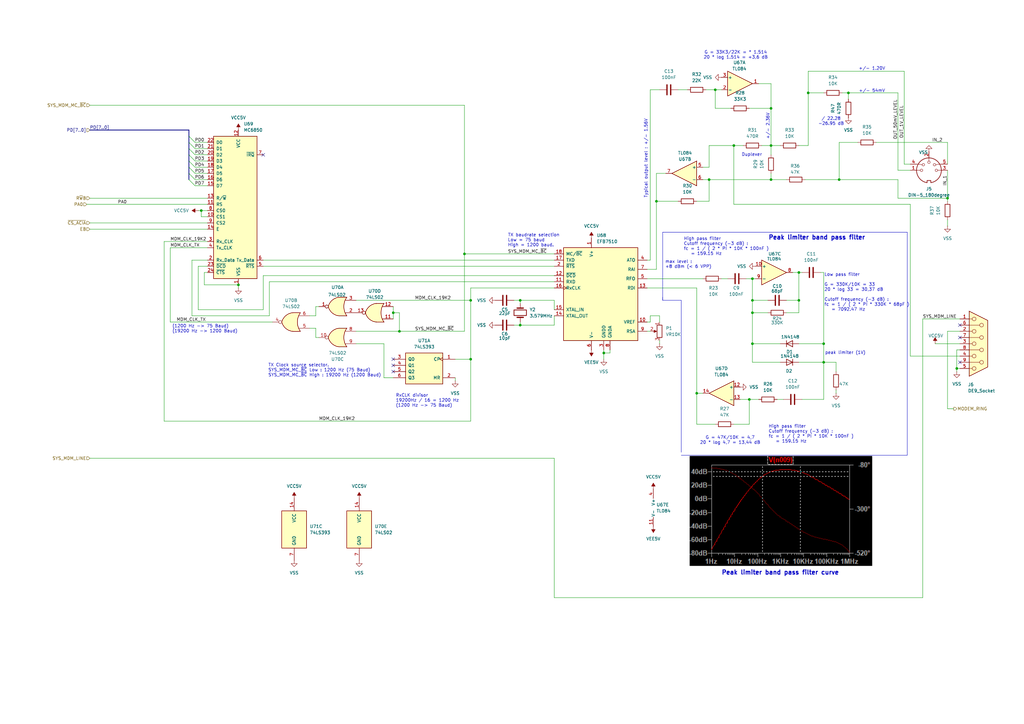
<source format=kicad_sch>
(kicad_sch (version 20250114) (generator "eeschema") (generator_version "9.0")
  (paper "A3")
  (title_block (title "Apollo 7 Squale - Tape & modem interfaces") (rev "0.1") (comment 1 "http://hxc2001.free.fr/Squale/") (comment 2 "CC-BY Licence (Creative Commons Attribution)") (comment 3 "Drawn by Jean-François DEL NERO"))
  (lib_symbols
    (symbol "74xx:74LS02" (pin_names (offset 1.016))
      (property "Reference" "U" (at 0 1.27 0))
      (property "Value" "74LS02" (at 0 -1.27 0))
      (symbol "74LS02_1_1"
        (pin input line (at -7.62 2.54 0) (length 4.318) (name "~") (number "2"))
        (pin input line (at -7.62 -2.54 0) (length 4.318) (name "~") (number "3"))
        (pin output inverted (at 7.62 0 180) (length 3.81) (name "~") (number "1"))
      )
      (symbol "74LS02_1_2"
        (pin input inverted (at -7.62 2.54 0) (length 3.81) (name "~") (number "2"))
        (pin input inverted (at -7.62 -2.54 0) (length 3.81) (name "~") (number "3"))
        (pin output line (at 7.62 0 180) (length 3.81) (name "~") (number "1"))
      )
      (symbol "74LS02_2_1"
        (pin input line (at -7.62 2.54 0) (length 4.318) (name "~") (number "5"))
        (pin input line (at -7.62 -2.54 0) (length 4.318) (name "~") (number "6"))
        (pin output inverted (at 7.62 0 180) (length 3.81) (name "~") (number "4"))
      )
      (symbol "74LS02_2_2"
        (pin input inverted (at -7.62 2.54 0) (length 3.81) (name "~") (number "5"))
        (pin input inverted (at -7.62 -2.54 0) (length 3.81) (name "~") (number "6"))
        (pin output line (at 7.62 0 180) (length 3.81) (name "~") (number "4"))
      )
      (symbol "74LS02_3_1"
        (pin input line (at -7.62 2.54 0) (length 4.318) (name "~") (number "8"))
        (pin input line (at -7.62 -2.54 0) (length 4.318) (name "~") (number "9"))
        (pin output inverted (at 7.62 0 180) (length 3.81) (name "~") (number "10"))
      )
      (symbol "74LS02_3_2"
        (pin input inverted (at -7.62 2.54 0) (length 3.81) (name "~") (number "8"))
        (pin input inverted (at -7.62 -2.54 0) (length 3.81) (name "~") (number "9"))
        (pin output line (at 7.62 0 180) (length 3.81) (name "~") (number "10"))
      )
      (symbol "74LS02_4_1"
        (pin input line (at -7.62 2.54 0) (length 4.318) (name "~") (number "11"))
        (pin input line (at -7.62 -2.54 0) (length 4.318) (name "~") (number "12"))
        (pin output inverted (at 7.62 0 180) (length 3.81) (name "~") (number "13"))
      )
      (symbol "74LS02_4_2"
        (pin input inverted (at -7.62 2.54 0) (length 3.81) (name "~") (number "11"))
        (pin input inverted (at -7.62 -2.54 0) (length 3.81) (name "~") (number "12"))
        (pin output line (at 7.62 0 180) (length 3.81) (name "~") (number "13"))
      )
      (symbol "74LS02_5_0"
        (pin power_in line (at 0 12.7 270) (length 5.08) (name "VCC") (number "14"))
        (pin power_in line (at 0 -12.7 90) (length 5.08) (name "GND") (number "7"))
      )
    )
    (symbol "74xx:74LS393" (pin_names (offset 1.016))
      (property "Reference" "U" (at -7.62 8.89 0))
      (property "Value" "74LS393" (at -7.62 -8.89 0))
      (symbol "74LS393_1_0"
        (pin input clock (at -12.7 2.54 0) (length 5.08) (name "CP") (number "1"))
        (pin input line (at -12.7 -5.08 0) (length 5.08) (name "MR") (number "2"))
        (pin output line (at 12.7 2.54 180) (length 5.08) (name "Q0") (number "3"))
        (pin output line (at 12.7 0 180) (length 5.08) (name "Q1") (number "4"))
        (pin output line (at 12.7 -2.54 180) (length 5.08) (name "Q2") (number "5"))
        (pin output line (at 12.7 -5.08 180) (length 5.08) (name "Q3") (number "6"))
      )
      (symbol "74LS393_2_0"
        (pin input clock (at -12.7 2.54 0) (length 5.08) (name "CP") (number "13"))
        (pin input line (at -12.7 -5.08 0) (length 5.08) (name "MR") (number "12"))
        (pin output line (at 12.7 2.54 180) (length 5.08) (name "Q0") (number "11"))
        (pin output line (at 12.7 0 180) (length 5.08) (name "Q1") (number "10"))
        (pin output line (at 12.7 -2.54 180) (length 5.08) (name "Q2") (number "9"))
        (pin output line (at 12.7 -5.08 180) (length 5.08) (name "Q3") (number "8"))
      )
      (symbol "74LS393_3_0"
        (pin power_in line (at 0 12.7 270) (length 5.08) (name "VCC") (number "14"))
        (pin power_in line (at 0 -12.7 90) (length 5.08) (name "GND") (number "7"))
      )
    )
    (symbol "Amplifier_Operational:TL084" (pin_names (offset 0.127))
      (property "Reference" "U" (at 0 5.08 0))
      (property "Value" "TL084" (at 0 -5.08 0))
      (symbol "TL084_1_1"
        (pin input line (at -7.62 2.54 0) (length 2.54) (name "+") (number "3"))
        (pin input line (at -7.62 -2.54 0) (length 2.54) (name "-") (number "2"))
        (pin output line (at 7.62 0 180) (length 2.54) (name "~") (number "1"))
      )
      (symbol "TL084_2_1"
        (pin input line (at -7.62 2.54 0) (length 2.54) (name "+") (number "5"))
        (pin input line (at -7.62 -2.54 0) (length 2.54) (name "-") (number "6"))
        (pin output line (at 7.62 0 180) (length 2.54) (name "~") (number "7"))
      )
      (symbol "TL084_3_1"
        (pin input line (at -7.62 2.54 0) (length 2.54) (name "+") (number "10"))
        (pin input line (at -7.62 -2.54 0) (length 2.54) (name "-") (number "9"))
        (pin output line (at 7.62 0 180) (length 2.54) (name "~") (number "8"))
      )
      (symbol "TL084_4_1"
        (pin input line (at -7.62 2.54 0) (length 2.54) (name "+") (number "12"))
        (pin input line (at -7.62 -2.54 0) (length 2.54) (name "-") (number "13"))
        (pin output line (at 7.62 0 180) (length 2.54) (name "~") (number "14"))
      )
      (symbol "TL084_5_1"
        (pin power_in line (at -2.54 7.62 270) (length 3.81) (name "V+") (number "4"))
        (pin power_in line (at -2.54 -7.62 90) (length 3.81) (name "V-") (number "11"))
      )
    )
    (symbol "Connector:DE9_Socket" (pin_names (offset 1.016) (hide yes))
      (property "Reference" "J" (at 0 13.97 0))
      (property "Value" "DE9_Socket" (at 0 -14.605 0))
      (symbol "DE9_Socket_1_1"
        (pin passive line (at -7.62 10.16 0) (length 3.81) (name "1") (number "1"))
        (pin passive line (at -7.62 7.62 0) (length 3.81) (name "6") (number "6"))
        (pin passive line (at -7.62 5.08 0) (length 3.81) (name "2") (number "2"))
        (pin passive line (at -7.62 2.54 0) (length 3.81) (name "7") (number "7"))
        (pin passive line (at -7.62 0 0) (length 3.81) (name "3") (number "3"))
        (pin passive line (at -7.62 -2.54 0) (length 3.81) (name "8") (number "8"))
        (pin passive line (at -7.62 -5.08 0) (length 3.81) (name "4") (number "4"))
        (pin passive line (at -7.62 -7.62 0) (length 3.81) (name "9") (number "9"))
        (pin passive line (at -7.62 -10.16 0) (length 3.81) (name "5") (number "5"))
      )
    )
    (symbol "Connector:DIN-5_180degree" (pin_names (offset 1.016))
      (property "Reference" "J" (at 3.175 5.715 0))
      (property "Value" "DIN-5_180degree" (at 0 -6.35 0))
      (symbol "DIN-5_180degree_1_1"
        (pin passive line (at -7.62 2.54 0) (length 2.54) (name "~") (number "4"))
        (pin passive line (at -7.62 0 0) (length 2.54) (name "~") (number "1"))
        (pin passive line (at 0 7.62 270) (length 2.54) (name "~") (number "2"))
        (pin passive line (at 7.62 2.54 180) (length 2.54) (name "~") (number "5"))
        (pin passive line (at 7.62 0 180) (length 2.54) (name "~") (number "3"))
      )
    )
    (symbol "Device:C" (pin_numbers (hide yes)) (pin_names (offset 0.254))
      (property "Reference" "C" (at 0.635 2.54 0))
      (property "Value" "C" (at 0.635 -2.54 0))
      (symbol "C_1_1"
        (pin passive line (at 0 3.81 270) (length 2.794) (name "~") (number "1"))
        (pin passive line (at 0 -3.81 90) (length 2.794) (name "~") (number "2"))
      )
    )
    (symbol "Device:Crystal" (pin_numbers (hide yes)) (pin_names (offset 1.016) (hide yes))
      (property "Reference" "Y" (at 0 3.81 0))
      (property "Value" "Crystal" (at 0 -3.81 0))
      (symbol "Crystal_1_1"
        (pin passive line (at -3.81 0 0) (length 1.27) (name "1") (number "1"))
        (pin passive line (at 3.81 0 180) (length 1.27) (name "2") (number "2"))
      )
    )
    (symbol "Device:R" (pin_numbers (hide yes)) (pin_names (offset 0))
      (property "Reference" "R" (at 2.032 0 90))
      (property "Value" "R" (at 0 0 90))
      (symbol "R_1_1"
        (pin passive line (at 0 3.81 270) (length 1.27) (name "~") (number "1"))
        (pin passive line (at 0 -3.81 90) (length 1.27) (name "~") (number "2"))
      )
    )
    (symbol "Device:R_Potentiometer" (pin_names (offset 1.016) (hide yes))
      (property "Reference" "RV" (at -4.445 0 90))
      (property "Value" "R_Potentiometer" (at -2.54 0 90))
      (symbol "R_Potentiometer_1_1"
        (pin passive line (at 0 3.81 270) (length 1.27) (name "1") (number "1"))
        (pin passive line (at 0 -3.81 90) (length 1.27) (name "3") (number "3"))
        (pin passive line (at 3.81 0 180) (length 1.27) (name "2") (number "2"))
      )
    )
    (symbol "Diode:1N4148" (pin_numbers (hide yes)) (pin_names (hide yes))
      (property "Reference" "D" (at 0 2.54 0))
      (property "Value" "1N4148" (at 0 -2.54 0))
      (symbol "1N4148_1_1"
        (pin passive line (at -3.81 0 0) (length 2.54) (name "K") (number "1"))
        (pin passive line (at 3.81 0 180) (length 2.54) (name "A") (number "2"))
      )
    )
    (symbol "Interface_Telecom:FX614" (pin_names (offset 1.016))
      (property "Reference" "U68" (at 2.1433 24.13 0))
      (property "Value" "EFB7510" (at 2.1433 21.59 0))
      (symbol "FX614_1_1"
        (pin input line (at -15.24 16.51 0) (length 3.81) (name "MC/~{BC}") (number "18"))
        (pin input line (at -15.24 13.97 0) (length 3.81) (name "TXD") (number "17"))
        (pin input line (at -15.24 11.43 0) (length 3.81) (name "~{RTS}") (number "2"))
        (pin output line (at -15.24 7.62 0) (length 3.81) (name "~{DCD}") (number "12"))
        (pin output line (at -15.24 5.08 0) (length 3.81) (name "RXD") (number "11"))
        (pin output clock (at -15.24 2.54 0) (length 3.81) (name "RxCLK") (number "16"))
        (pin input line (at -15.24 -6.35 0) (length 3.81) (name "XTAL_IN") (number "15"))
        (pin output line (at -15.24 -8.89 0) (length 3.81) (name "XTAL_OUT") (number "14"))
        (pin power_in line (at 0 22.86 270) (length 3.81) (name "V+") (number "1"))
        (pin power_in line (at 0 -22.86 90) (length 3.81) (name "V-") (number "6"))
        (pin power_in line (at 5.08 -22.86 90) (length 3.81) (name "GNDD") (number "3"))
        (pin power_in line (at 7.62 -22.86 90) (length 3.81) (name "GNDA") (number "8"))
        (pin output line (at 22.86 13.97 180) (length 3.81) (name "ATO") (number "4"))
        (pin input line (at 22.86 10.16 180) (length 3.81) (name "RAI") (number "7"))
        (pin output line (at 22.86 6.35 180) (length 3.81) (name "RFO") (number "5"))
        (pin input line (at 22.86 2.54 180) (length 3.81) (name "RDI") (number "13"))
        (pin passive line (at 22.86 -11.43 180) (length 3.81) (name "VREF") (number "10"))
        (pin input line (at 22.86 -15.24 180) (length 3.81) (name "RSA") (number "9"))
      )
    )
    (symbol "Interface_UART:MC6850" (pin_names (offset 1.016))
      (property "Reference" "U" (at -7.366 31.75 0))
      (property "Value" "MC6850" (at 10.414 31.75 0))
      (symbol "MC6850_1_1"
        (pin bidirectional line (at -12.7 27.94 0) (length 2.54) (name "D0") (number "22"))
        (pin bidirectional line (at -12.7 25.4 0) (length 2.54) (name "D1") (number "21"))
        (pin bidirectional line (at -12.7 22.86 0) (length 2.54) (name "D2") (number "20"))
        (pin bidirectional line (at -12.7 20.32 0) (length 2.54) (name "D3") (number "19"))
        (pin bidirectional line (at -12.7 17.78 0) (length 2.54) (name "D4") (number "18"))
        (pin bidirectional line (at -12.7 15.24 0) (length 2.54) (name "D5") (number "17"))
        (pin bidirectional line (at -12.7 12.7 0) (length 2.54) (name "D6") (number "16"))
        (pin bidirectional line (at -12.7 10.16 0) (length 2.54) (name "D7") (number "15"))
        (pin input line (at -12.7 5.08 0) (length 2.54) (name "R/~{W}") (number "13"))
        (pin input line (at -12.7 2.54 0) (length 2.54) (name "RS") (number "11"))
        (pin input line (at -12.7 0 0) (length 2.54) (name "CS0") (number "8"))
        (pin input line (at -12.7 -2.54 0) (length 2.54) (name "CS1") (number "10"))
        (pin input line (at -12.7 -5.08 0) (length 2.54) (name "CS2") (number "9"))
        (pin input line (at -12.7 -7.62 0) (length 2.54) (name "E") (number "14"))
        (pin input line (at -12.7 -12.7 0) (length 2.54) (name "Rx_CLK") (number "3"))
        (pin input line (at -12.7 -15.24 0) (length 2.54) (name "Tx_CLK") (number "4"))
        (pin input line (at -12.7 -20.32 0) (length 2.54) (name "Rx_Data") (number "2"))
        (pin input line (at -12.7 -22.86 0) (length 2.54) (name "~{DCD}") (number "23"))
        (pin input line (at -12.7 -25.4 0) (length 2.54) (name "~{CTS}") (number "24"))
        (pin power_in line (at 0 33.02 270) (length 2.54) (name "VCC") (number "12"))
        (pin power_in line (at 0 -30.48 90) (length 2.54) (name "VSS") (number "1"))
        (pin output line (at 10.16 22.86 180) (length 2.54) (name "~{IRQ}") (number "7"))
        (pin output line (at 10.16 -20.32 180) (length 2.54) (name "Tx_Data") (number "6"))
        (pin output line (at 10.16 -22.86 180) (length 2.54) (name "~{RTS}") (number "5"))
      )
    )
    (symbol "power:GND" (power) (pin_numbers (hide yes)) (pin_names (offset 0) (hide yes))
      (property "Value" "GND" (at 0 -3.81 0))
      (symbol "GND_1_1"
        (pin power_in line (at 0 0 270) (length 0) (name "~") (number "1"))
      )
    )
    (symbol "power:VSS" (power) (pin_numbers (hide yes)) (pin_names (offset 0) (hide yes))
      (property "Value" "VSS" (at 0 3.556 0))
      (symbol "VSS_1_1"
        (pin power_in line (at 0 0 90) (length 0) (name "~") (number "1"))
      )
    )
  )
  (text "+/- 1.20V" (at 357.632 28.194 0) (effects (font (size 1.27 1.27))))
  (text "Typical output level : +/- 1.56V" (at 264.922 65.024 90) (effects (font (size 1.27 1.27))))
  (text "Peak limiter band pass filter" (at 335.026 97.536 0) (effects (font (size 1.778 1.778) (thickness 0.3556) (bold yes))))
  (text "TX Clock source selector.\nSYS_MDM_MC_~{BC} Low : 1200 Hz (75 Baud)\nSYS_MDM_MC_~{BC} High : 19200 Hz (1200 Baud)" (at 109.982 151.892 0) (effects (font (size 1.27 1.27)) (justify left)))
  (text "G = 47K/10K = 4,7\n20 * log 4,7 = 13,44 dB" (at 299.466 180.594 0) (effects (font (size 1.27 1.27))))
  (text "/ 22.28\n-26.95 dB" (at 340.868 49.784 0) (effects (font (size 1.27 1.27))))
  (text "High pass filter\nCutoff frequency (-3 dB) :\nfc = 1 / ( 2 * PI * 10K * 100nF )\n   = 159.15 Hz" (at 280.416 101.092 0) (effects (font (size 1.27 1.27)) (justify left)))
  (text "peak limiter (1V)" (at 346.71 144.78 0) (effects (font (size 1.27 1.27))))
  (text "Peak limiter band pass filter curve" (at 320.04 234.95 0) (effects (font (size 1.778 1.778) (thickness 0.3556) (bold yes))))
  (text "Duplexer" (at 308.356 63.5 0) (effects (font (size 1.27 1.27))))
  (text "Low pass filter\n\nG = 330K/10K = 33\n20 * log 33 = 30,37 dB\n\nCutoff frequency (-3 dB) :\nfc = 1 / ( 2 * PI * 330K * 68pF )\n   = 7092.47 Hz" (at 338.074 119.888 0) (effects (font (size 1.27 1.27)) (justify left)))
  (text "+/- 54mV" (at 357.632 37.338 0) (effects (font (size 1.27 1.27))))
  (text "max level :\n+8 dBm (< 6 VPP)" (at 272.796 108.458 0) (effects (font (size 1.27 1.27)) (justify left)))
  (text "(1200 Hz -> 75 Baud)\n(19200 Hz -> 1200 Baud)" (at 70.612 134.874 0) (effects (font (size 1.27 1.27)) (justify left)))
  (text "G = 33K3/22K = * 1.514\n20 * log 1.514 = +3,6 dB" (at 301.752 22.606 0) (effects (font (size 1.27 1.27))))
  (text "High pass filter\nCutoff frequency (-3 dB) :\nfc = 1 / ( 2 * PI * 10K * 100nF )\n   = 159.15 Hz" (at 315.214 178.054 0) (effects (font (size 1.27 1.27)) (justify left)))
  (text "+/- 2.36V" (at 314.96 51.816 90) (effects (font (size 1.27 1.27))))
  (text "TX baudrate selection\nLow = 75 baud\nHigh = 1200 baud." (at 208.28 98.552 0) (effects (font (size 1.27 1.27)) (justify left)))
  (text "RxCLK divisor \n19200Hz / 16 = 1200 Hz\n(1200 Hz -> 75 Baud) " (at 162.306 164.338 0) (effects (font (size 1.27 1.27)) (justify left)))
  (junction (at 293.37 36.83))
  (junction (at 163.83 135.89))
  (junction (at 190.5 104.14))
  (junction (at 337.82 148.59))
  (junction (at 285.75 161.29))
  (junction (at 308.61 140.97))
  (junction (at 392.43 151.13))
  (junction (at 290.83 73.66))
  (junction (at 300.99 59.69))
  (junction (at 337.82 140.97))
  (junction (at 316.23 44.45))
  (junction (at 344.17 73.66))
  (junction (at 327.66 123.19))
  (junction (at 316.23 73.66))
  (junction (at 193.04 123.19))
  (junction (at 347.98 38.1))
  (junction (at 308.61 114.3))
  (junction (at 308.61 123.19))
  (junction (at 331.47 38.1))
  (junction (at 161.29 128.27))
  (junction (at 316.23 59.69))
  (junction (at 308.61 128.27))
  (junction (at 213.36 133.35))
  (junction (at 97.79 116.84))
  (junction (at 213.36 123.19))
  (junction (at 82.55 86.36))
  (junction (at 307.34 163.83))
  (junction (at 193.04 147.32))
  (junction (at 269.24 82.55))
  (junction (at 247.65 144.78))
  (junction (at 388.62 81.28))
  (junction (at 327.66 111.76))
  (no_connect (at 107.95 63.5))
  (no_connect (at 161.29 152.4))
  (no_connect (at 393.7 148.59))
  (no_connect (at 161.29 147.32))
  (no_connect (at 393.7 133.35))
  (no_connect (at 161.29 149.86))
  (no_connect (at 393.7 138.43))
  (bus_entry (at 80.01 71.12) (size -2.54 -2.54))
  (bus_entry (at 80.01 68.58) (size -2.54 -2.54))
  (bus_entry (at 80.01 73.66) (size -2.54 -2.54))
  (bus_entry (at 80.01 76.2) (size -2.54 -2.54))
  (bus_entry (at 80.01 58.42) (size -2.54 -2.54))
  (bus_entry (at 80.01 66.04) (size -2.54 -2.54))
  (bus_entry (at 80.01 63.5) (size -2.54 -2.54))
  (bus_entry (at 80.01 60.96) (size -2.54 -2.54))
  (wire (pts (xy 298.45 114.3) (xy 295.91 114.3)))
  (wire (pts (xy 325.12 111.76) (xy 327.66 111.76)))
  (wire (pts (xy 213.36 123.19) (xy 227.33 123.19)))
  (wire (pts (xy 227.33 245.11) (xy 378.46 245.11)))
  (wire (pts (xy 247.65 144.78) (xy 250.19 144.78)))
  (bus (pts (xy 77.47 73.66) (xy 77.47 71.12)))
  (wire (pts (xy 78.74 129.54) (xy 110.49 129.54)))
  (wire (pts (xy 316.23 44.45) (xy 316.23 34.29)))
  (wire (pts (xy 81.28 86.36) (xy 82.55 86.36)))
  (wire (pts (xy 307.34 163.83) (xy 307.34 173.99)))
  (polyline (pts (xy 271.78 123.19) (xy 271.78 95.25)))
  (wire (pts (xy 327.66 128.27) (xy 327.66 123.19)))
  (wire (pts (xy 337.82 140.97) (xy 337.82 148.59)))
  (wire (pts (xy 80.01 71.12) (xy 85.09 71.12)))
  (wire (pts (xy 373.38 83.82) (xy 373.38 146.05)))
  (wire (pts (xy 278.13 36.83) (xy 281.94 36.83)))
  (wire (pts (xy 388.62 92.71) (xy 388.62 90.17)))
  (wire (pts (xy 80.01 76.2) (xy 85.09 76.2)))
  (wire (pts (xy 80.01 73.66) (xy 85.09 73.66)))
  (wire (pts (xy 327.66 111.76) (xy 327.66 123.19)))
  (wire (pts (xy 266.7 129.54) (xy 270.51 129.54)))
  (wire (pts (xy 80.01 58.42) (xy 85.09 58.42)))
  (wire (pts (xy 269.24 71.12) (xy 273.05 71.12)))
  (wire (pts (xy 85.09 88.9) (xy 82.55 88.9)))
  (wire (pts (xy 337.82 111.76) (xy 336.55 111.76)))
  (wire (pts (xy 312.42 59.69) (xy 316.23 59.69)))
  (wire (pts (xy 337.82 111.76) (xy 337.82 140.97)))
  (wire (pts (xy 35.56 83.82) (xy 85.09 83.82)))
  (wire (pts (xy 288.29 73.66) (xy 290.83 73.66)))
  (wire (pts (xy 316.23 63.5) (xy 316.23 59.69)))
  (wire (pts (xy 368.3 38.1) (xy 368.3 69.85)))
  (wire (pts (xy 69.85 101.6) (xy 69.85 132.08)))
  (wire (pts (xy 67.31 99.06) (xy 67.31 172.72)))
  (wire (pts (xy 285.75 118.11) (xy 265.43 118.11)))
  (wire (pts (xy 81.28 109.22) (xy 81.28 127)))
  (wire (pts (xy 266.7 132.08) (xy 265.43 132.08)))
  (wire (pts (xy 266.7 36.83) (xy 270.51 36.83)))
  (bus (pts (xy 77.47 66.04) (xy 77.47 63.5)))
  (polyline (pts (xy 271.78 95.25) (xy 372.11 95.25)))
  (wire (pts (xy 265.43 135.89) (xy 266.7 135.89)))
  (wire (pts (xy 303.53 163.83) (xy 307.34 163.83)))
  (wire (pts (xy 163.83 128.27) (xy 163.83 135.89)))
  (wire (pts (xy 308.61 114.3) (xy 308.61 123.19)))
  (polyline (pts (xy 279.4 123.19) (xy 271.78 123.19)))
  (wire (pts (xy 308.61 123.19) (xy 308.61 128.27)))
  (wire (pts (xy 388.62 167.64) (xy 391.16 167.64)))
  (wire (pts (xy 290.83 73.66) (xy 316.23 73.66)))
  (wire (pts (xy 331.47 29.21) (xy 331.47 38.1)))
  (wire (pts (xy 316.23 34.29) (xy 311.15 34.29)))
  (wire (pts (xy 368.3 73.66) (xy 368.3 81.28)))
  (wire (pts (xy 344.17 58.42) (xy 344.17 73.66)))
  (wire (pts (xy 107.95 113.03) (xy 107.95 127)))
  (wire (pts (xy 308.61 128.27) (xy 314.96 128.27)))
  (wire (pts (xy 370.84 29.21) (xy 370.84 67.31)))
  (wire (pts (xy 161.29 125.73) (xy 161.29 128.27)))
  (wire (pts (xy 36.83 43.18) (xy 190.5 43.18)))
  (wire (pts (xy 82.55 88.9) (xy 82.55 86.36)))
  (bus (pts (xy 77.47 58.42) (xy 77.47 55.88)))
  (wire (pts (xy 129.54 125.73) (xy 130.81 125.73)))
  (wire (pts (xy 210.82 123.19) (xy 213.36 123.19)))
  (wire (pts (xy 299.72 44.45) (xy 293.37 44.45)))
  (wire (pts (xy 392.43 151.13) (xy 392.43 143.51)))
  (wire (pts (xy 327.66 123.19) (xy 322.58 123.19)))
  (wire (pts (xy 227.33 104.14) (xy 190.5 104.14)))
  (wire (pts (xy 146.05 140.97) (xy 157.48 140.97)))
  (wire (pts (xy 193.04 118.11) (xy 193.04 123.19)))
  (wire (pts (xy 193.04 118.11) (xy 227.33 118.11)))
  (wire (pts (xy 285.75 173.99) (xy 285.75 161.29)))
  (wire (pts (xy 285.75 82.55) (xy 290.83 82.55)))
  (wire (pts (xy 383.54 140.97) (xy 393.7 140.97)))
  (wire (pts (xy 331.47 29.21) (xy 370.84 29.21)))
  (wire (pts (xy 331.47 38.1) (xy 331.47 59.69)))
  (wire (pts (xy 85.09 109.22) (xy 81.28 109.22)))
  (polyline (pts (xy 372.11 95.25) (xy 372.11 186.69)))
  (wire (pts (xy 368.3 69.85) (xy 373.38 69.85)))
  (wire (pts (xy 269.24 82.55) (xy 278.13 82.55)))
  (wire (pts (xy 146.05 123.19) (xy 193.04 123.19)))
  (wire (pts (xy 67.31 172.72) (xy 193.04 172.72)))
  (bus (pts (xy 77.47 53.34) (xy 77.47 55.88)))
  (wire (pts (xy 388.62 58.42) (xy 388.62 67.31)))
  (wire (pts (xy 316.23 73.66) (xy 322.58 73.66)))
  (wire (pts (xy 193.04 147.32) (xy 193.04 172.72)))
  (wire (pts (xy 370.84 67.31) (xy 373.38 67.31)))
  (wire (pts (xy 186.69 147.32) (xy 193.04 147.32)))
  (wire (pts (xy 266.7 106.68) (xy 265.43 106.68)))
  (wire (pts (xy 293.37 44.45) (xy 293.37 36.83)))
  (wire (pts (xy 270.51 140.97) (xy 270.51 139.7)))
  (wire (pts (xy 266.7 129.54) (xy 266.7 132.08)))
  (wire (pts (xy 227.33 187.96) (xy 227.33 245.11)))
  (wire (pts (xy 36.83 187.96) (xy 227.33 187.96)))
  (wire (pts (xy 318.77 163.83) (xy 321.31 163.83)))
  (wire (pts (xy 308.61 128.27) (xy 308.61 140.97)))
  (wire (pts (xy 285.75 118.11) (xy 285.75 161.29)))
  (wire (pts (xy 308.61 140.97) (xy 308.61 148.59)))
  (wire (pts (xy 190.5 104.14) (xy 190.5 135.89)))
  (wire (pts (xy 342.9 148.59) (xy 342.9 152.4)))
  (wire (pts (xy 78.74 106.68) (xy 78.74 129.54)))
  (wire (pts (xy 347.98 40.64) (xy 347.98 38.1)))
  (bus (pts (xy 77.47 60.96) (xy 77.47 58.42)))
  (wire (pts (xy 307.34 163.83) (xy 311.15 163.83)))
  (wire (pts (xy 190.5 43.18) (xy 190.5 104.14)))
  (wire (pts (xy 193.04 123.19) (xy 193.04 147.32)))
  (wire (pts (xy 210.82 133.35) (xy 213.36 133.35)))
  (wire (pts (xy 322.58 128.27) (xy 327.66 128.27)))
  (wire (pts (xy 247.65 143.51) (xy 247.65 144.78)))
  (wire (pts (xy 269.24 71.12) (xy 269.24 82.55)))
  (wire (pts (xy 327.66 59.69) (xy 331.47 59.69)))
  (bus (pts (xy 77.47 71.12) (xy 77.47 68.58)))
  (polyline (pts (xy 271.78 121.92) (xy 271.78 123.19)))
  (wire (pts (xy 392.43 151.13) (xy 393.7 151.13)))
  (wire (pts (xy 213.36 133.35) (xy 213.36 132.08)))
  (wire (pts (xy 306.07 114.3) (xy 308.61 114.3)))
  (wire (pts (xy 308.61 140.97) (xy 320.04 140.97)))
  (wire (pts (xy 80.01 66.04) (xy 85.09 66.04)))
  (wire (pts (xy 161.29 128.27) (xy 163.83 128.27)))
  (wire (pts (xy 85.09 106.68) (xy 78.74 106.68)))
  (wire (pts (xy 393.7 135.89) (xy 388.62 135.89)))
  (wire (pts (xy 300.99 83.82) (xy 373.38 83.82)))
  (wire (pts (xy 337.82 38.1) (xy 331.47 38.1)))
  (wire (pts (xy 36.83 91.44) (xy 85.09 91.44)))
  (wire (pts (xy 36.83 93.98) (xy 85.09 93.98)))
  (wire (pts (xy 359.41 58.42) (xy 388.62 58.42)))
  (wire (pts (xy 300.99 59.69) (xy 300.99 83.82)))
  (bus (pts (xy 36.83 53.34) (xy 77.47 53.34)))
  (wire (pts (xy 110.49 129.54) (xy 110.49 115.57)))
  (wire (pts (xy 316.23 44.45) (xy 316.23 59.69)))
  (wire (pts (xy 83.82 111.76) (xy 83.82 116.84)))
  (wire (pts (xy 308.61 148.59) (xy 320.04 148.59)))
  (wire (pts (xy 285.75 173.99) (xy 293.37 173.99)))
  (wire (pts (xy 129.54 134.62) (xy 129.54 138.43)))
  (wire (pts (xy 110.49 115.57) (xy 227.33 115.57)))
  (wire (pts (xy 388.62 81.28) (xy 388.62 69.85)))
  (wire (pts (xy 345.44 38.1) (xy 347.98 38.1)))
  (wire (pts (xy 213.36 133.35) (xy 227.33 133.35)))
  (wire (pts (xy 127 134.62) (xy 129.54 134.62)))
  (wire (pts (xy 307.34 44.45) (xy 316.23 44.45)))
  (wire (pts (xy 393.7 146.05) (xy 373.38 146.05)))
  (wire (pts (xy 290.83 68.58) (xy 288.29 68.58)))
  (wire (pts (xy 289.56 36.83) (xy 293.37 36.83)))
  (bus (pts (xy 77.47 63.5) (xy 77.47 60.96)))
  (wire (pts (xy 227.33 123.19) (xy 227.33 127)))
  (wire (pts (xy 392.43 152.4) (xy 392.43 151.13)))
  (wire (pts (xy 378.46 130.81) (xy 393.7 130.81)))
  (wire (pts (xy 327.66 148.59) (xy 337.82 148.59)))
  (wire (pts (xy 316.23 59.69) (xy 320.04 59.69)))
  (wire (pts (xy 247.65 144.78) (xy 247.65 147.32)))
  (wire (pts (xy 388.62 81.28) (xy 388.62 82.55)))
  (wire (pts (xy 80.01 68.58) (xy 85.09 68.58)))
  (wire (pts (xy 308.61 123.19) (xy 314.96 123.19)))
  (wire (pts (xy 83.82 111.76) (xy 85.09 111.76)))
  (wire (pts (xy 129.54 138.43) (xy 130.81 138.43)))
  (wire (pts (xy 316.23 71.12) (xy 316.23 73.66)))
  (wire (pts (xy 269.24 82.55) (xy 269.24 110.49)))
  (wire (pts (xy 80.01 60.96) (xy 85.09 60.96)))
  (wire (pts (xy 36.83 81.28) (xy 85.09 81.28)))
  (wire (pts (xy 330.2 73.66) (xy 344.17 73.66)))
  (wire (pts (xy 293.37 36.83) (xy 295.91 36.83)))
  (wire (pts (xy 67.31 99.06) (xy 85.09 99.06)))
  (wire (pts (xy 129.54 129.54) (xy 129.54 125.73)))
  (wire (pts (xy 161.29 128.27) (xy 161.29 130.81)))
  (wire (pts (xy 328.93 163.83) (xy 337.82 163.83)))
  (wire (pts (xy 378.46 245.11) (xy 378.46 130.81)))
  (wire (pts (xy 107.95 106.68) (xy 227.33 106.68)))
  (wire (pts (xy 85.09 101.6) (xy 69.85 101.6)))
  (polyline (pts (xy 372.11 186.69) (xy 279.4 186.69)))
  (wire (pts (xy 97.79 116.84) (xy 97.79 118.11)))
  (wire (pts (xy 270.51 129.54) (xy 270.51 132.08)))
  (wire (pts (xy 337.82 140.97) (xy 327.66 140.97)))
  (wire (pts (xy 146.05 135.89) (xy 163.83 135.89)))
  (wire (pts (xy 342.9 161.29) (xy 342.9 160.02)))
  (wire (pts (xy 266.7 36.83) (xy 266.7 106.68)))
  (wire (pts (xy 80.01 63.5) (xy 85.09 63.5)))
  (wire (pts (xy 157.48 140.97) (xy 157.48 154.94)))
  (wire (pts (xy 300.99 59.69) (xy 304.8 59.69)))
  (wire (pts (xy 227.33 113.03) (xy 107.95 113.03)))
  (wire (pts (xy 157.48 154.94) (xy 161.29 154.94)))
  (wire (pts (xy 392.43 143.51) (xy 393.7 143.51)))
  (polyline (pts (xy 279.4 185.42) (xy 279.4 123.19)))
  (wire (pts (xy 344.17 73.66) (xy 368.3 73.66)))
  (wire (pts (xy 250.19 144.78) (xy 250.19 143.51)))
  (wire (pts (xy 81.28 127) (xy 107.95 127)))
  (polyline (pts (xy 279.4 185.42) (xy 279.4 185.42)))
  (wire (pts (xy 82.55 86.36) (xy 85.09 86.36)))
  (wire (pts (xy 186.69 154.94) (xy 186.69 156.21)))
  (wire (pts (xy 347.98 38.1) (xy 368.3 38.1)))
  (wire (pts (xy 290.83 59.69) (xy 300.99 59.69)))
  (wire (pts (xy 368.3 81.28) (xy 388.62 81.28)))
  (wire (pts (xy 83.82 116.84) (xy 97.79 116.84)))
  (wire (pts (xy 129.54 129.54) (xy 127 129.54)))
  (wire (pts (xy 213.36 123.19) (xy 213.36 124.46)))
  (wire (pts (xy 69.85 132.08) (xy 111.76 132.08)))
  (wire (pts (xy 290.83 59.69) (xy 290.83 68.58)))
  (wire (pts (xy 388.62 135.89) (xy 388.62 167.64)))
  (wire (pts (xy 107.95 109.22) (xy 227.33 109.22)))
  (wire (pts (xy 290.83 82.55) (xy 290.83 73.66)))
  (bus (pts (xy 77.47 68.58) (xy 77.47 66.04)))
  (wire (pts (xy 337.82 148.59) (xy 337.82 163.83)))
  (wire (pts (xy 285.75 161.29) (xy 288.29 161.29)))
  (wire (pts (xy 227.33 133.35) (xy 227.33 129.54)))
  (wire (pts (xy 265.43 110.49) (xy 269.24 110.49)))
  (wire (pts (xy 344.17 58.42) (xy 351.79 58.42)))
  (wire (pts (xy 328.93 111.76) (xy 327.66 111.76)))
  (wire (pts (xy 265.43 114.3) (xy 288.29 114.3)))
  (wire (pts (xy 342.9 148.59) (xy 337.82 148.59)))
  (wire (pts (xy 300.99 173.99) (xy 307.34 173.99)))
  (wire (pts (xy 308.61 114.3) (xy 309.88 114.3)))
  (wire (pts (xy 163.83 135.89) (xy 190.5 135.89)))
  (image (at 320.294 209.55) (scale 2.51217))
  (label "IN_2" (at 382.27 58.42 0))
  (label "MDM_CLK_TX" (at 69.85 101.6 0))
  (label "PD2" (at 83.82 63.5 180))
  (label "PD7" (at 83.82 76.2 180))
  (label "SYS_MDM_MC_~{BC}" (at 208.28 104.14 0))
  (label "PD4" (at 83.82 68.58 180))
  (label "IN_1" (at 388.62 76.2 90))
  (label "PD3" (at 83.82 66.04 180))
  (label "OUT_50mV_LEVEL" (at 368.3 57.15 90))
  (label "PD5" (at 83.82 71.12 180))
  (label "PD6" (at 83.82 73.66 180))
  (label "PA0" (at 48.26 83.82 0))
  (label "MDM_CLK_19K2" (at 170.18 123.19 0))
  (label "PD[7..0]" (at 36.83 53.34 0))
  (label "MDM_CLK_19K2" (at 69.85 99.06 0))
  (label "MDM_CLK_TX" (at 72.39 132.08 0))
  (label "SYS_MDM_MC_~{BC}" (at 170.18 135.89 0))
  (label "SYS_MDM_LINE" (at 378.46 130.81 0))
  (label "PD1" (at 83.82 60.96 180))
  (label "MDM_CLK_19K2" (at 130.81 172.72 0))
  (label "PD0" (at 83.82 58.42 180))
  (label "OUT_1V_LEVEL" (at 370.84 43.18 270))
  (hierarchical_label "MODEM_RING" (shape output) (at 391.16 167.64 0))
  (hierarchical_label "PD[7..0]" (shape input) (at 36.83 53.34 180))
  (hierarchical_label "~{CS_ACIA}" (shape input) (at 36.83 91.44 180))
  (hierarchical_label "PA0" (shape input) (at 35.56 83.82 180))
  (hierarchical_label "R~{W}B" (shape input) (at 36.83 81.28 180))
  (hierarchical_label "SYS_MDM_MC_~{BC}" (shape input) (at 36.83 43.18 180))
  (hierarchical_label "EB" (shape input) (at 36.83 93.98 180))
  (hierarchical_label "SYS_MDM_LINE" (shape input) (at 36.83 187.96 180))
  (symbol (lib_id "Amplifier_Operational:TL084") (at 270.51 208.28 0) (unit 5)
    (property "Reference" "U67" (at 269.24 207.0099 0) (effects (justify left)))
    (property "Value" "TL084" (at 269.24 209.5499 0) (effects (justify left)))
    (property "Datasheet" "http://www.ti.com/lit/ds/symlink/tl081.pdf" (effects (hide yes)))
    (property "Description" "Quad JFET-Input Operational Amplifiers, DIP-14/SOIC-14/SSOP-14" (effects (hide yes)))
  )
  (symbol (lib_id "74xx:74LS02") (at 147.32 217.17 0) (unit 5)
    (property "Reference" "U70" (at 153.67 215.8999 0) (effects (justify left)))
    (property "Value" "74LS02" (at 153.67 218.4399 0) (effects (justify left)))
    (property "Datasheet" "http://www.ti.com/lit/gpn/sn74ls02" (effects (hide yes)))
    (property "Description" "quad 2-input NOR gate" (effects (hide yes)))
  )
  (symbol (lib_id "power:GND") (at 147.32 229.87 0) (unit 1)
    (property "Reference" "#PWR0248" (effects (hide yes)))
    (property "Value" "VSS" (at 147.32 234.95 0))
    (property "Description" "Power symbol creates a global label with name \"GND\" , ground" (effects (hide yes)))
  )
  (symbol (lib_id "Device:R") (at 326.39 73.66 90) (unit 1)
    (property "Reference" "R36" (at 326.136 68.072 90))
    (property "Value" "47K" (at 326.136 70.612 90))
    (property "Description" "Resistor" (effects (hide yes)))
  )
  (symbol (lib_id "Device:R") (at 388.62 86.36 180) (unit 1)
    (property "Reference" "R37" (at 382.27 86.36 90))
    (property "Value" "10K" (at 384.81 86.36 90))
    (property "Description" "Resistor" (effects (hide yes)))
  )
  (symbol (lib_id "power:GND") (at 270.51 140.97 0) (unit 1)
    (property "Reference" "#PWR0258" (effects (hide yes)))
    (property "Value" "VSS" (at 270.51 146.05 0))
    (property "Description" "Power symbol creates a global label with name \"GND\" , ground" (effects (hide yes)))
  )
  (symbol (lib_id "Device:R_Potentiometer") (at 270.51 135.89 0) (mirror y) (unit 1)
    (property "Reference" "P1" (at 273.05 134.6199 0) (effects (justify right)))
    (property "Value" "VR10K" (at 273.05 137.1599 0) (effects (justify right)))
    (property "Description" "Potentiometer" (effects (hide yes)))
  )
  (symbol (lib_id "power:GND") (at 295.91 31.75 270) (unit 1)
    (property "Reference" "#PWR0253" (effects (hide yes)))
    (property "Value" "VSS" (at 292.1 31.7499 90) (effects (justify right)))
    (property "Description" "Power symbol creates a global label with name \"GND\" , ground" (effects (hide yes)))
  )
  (symbol (lib_id "Diode:1N4148") (at 323.85 140.97 0) (mirror x) (unit 1)
    (property "Reference" "D1" (at 323.85 144.272 0))
    (property "Value" "1N4148" (at 324.104 138.176 0))
    (property "Footprint" "Diode_THT:D_DO-35_SOD27_P7.62mm_Horizontal" (effects (hide yes)))
    (property "Datasheet" "https://assets.nexperia.com/documents/data-sheet/1N4148_1N4448.pdf" (effects (hide yes)))
    (property "Description" "100V 0.15A standard switching diode, DO-35" (effects (hide yes)))
    (property "Sim.Device" "D" (effects (hide yes)))
    (property "Sim.Pins" "1=K 2=A" (effects (hide yes)))
  )
  (symbol (lib_id "Device:C") (at 332.74 111.76 270) (mirror x) (unit 1)
    (property "Reference" "C11" (at 332.74 104.14 90))
    (property "Value" "100nF" (at 332.74 106.68 90))
    (property "Description" "Unpolarized capacitor" (effects (hide yes)))
  )
  (symbol (lib_id "power:GND") (at 381 62.23 180) (unit 1)
    (property "Reference" "#PWR0256" (effects (hide yes)))
    (property "Value" "VSS" (at 378.714 62.484 0))
    (property "Description" "Power symbol creates a global label with name \"GND\" , ground" (effects (hide yes)))
  )
  (symbol (lib_id "Device:R") (at 297.18 173.99 90) (unit 1)
    (property "Reference" "R27" (at 297.18 167.64 90))
    (property "Value" "47K" (at 297.18 170.18 90))
    (property "Description" "Resistor" (effects (hide yes)))
  )
  (symbol (lib_id "Device:R") (at 323.85 59.69 90) (unit 1)
    (property "Reference" "R33" (at 323.85 53.34 90))
    (property "Value" "10K" (at 323.85 55.88 90))
    (property "Description" "Resistor" (effects (hide yes)))
  )
  (symbol (lib_id "power:VSS") (at 267.97 215.9 180) (unit 1)
    (property "Reference" "#PWR0261" (effects (hide yes)))
    (property "Value" "VEE5V" (at 267.97 220.98 0))
    (property "Description" "Power symbol creates a global label with name \"VSS\"" (effects (hide yes)))
  )
  (symbol (lib_id "power:VSS") (at 81.28 86.36 90) (unit 1)
    (property "Reference" "#PWR0234" (effects (hide yes)))
    (property "Value" "VCC5V" (at 77.47 86.3599 90) (effects (justify left)))
    (property "Description" "Power symbol creates a global label with name \"VSS\"" (effects (hide yes)))
  )
  (symbol (lib_id "power:GND") (at 388.62 92.71 0) (unit 1)
    (property "Reference" "#PWR0257" (effects (hide yes)))
    (property "Value" "VSS" (at 388.62 97.79 0))
    (property "Description" "Power symbol creates a global label with name \"GND\" , ground" (effects (hide yes)))
  )
  (symbol (lib_id "power:GND") (at 342.9 161.29 0) (unit 1)
    (property "Reference" "#PWR0154" (effects (hide yes)))
    (property "Value" "VSS" (at 342.9 166.37 0))
    (property "Description" "Power symbol creates a global label with name \"GND\" , ground" (effects (hide yes)))
  )
  (symbol (lib_id "Device:C") (at 207.01 123.19 270) (unit 1)
    (property "Reference" "C5" (at 207.01 127 90))
    (property "Value" "22pF" (at 207.01 128.524 90))
    (property "Description" "Unpolarized capacitor" (effects (hide yes)))
  )
  (symbol (lib_id "power:VSS") (at 120.65 204.47 0) (unit 1)
    (property "Reference" "#PWR0250" (effects (hide yes)))
    (property "Value" "VCC5V" (at 120.65 199.39 0))
    (property "Description" "Power symbol creates a global label with name \"VSS\"" (effects (hide yes)))
  )
  (symbol (lib_id "Device:C") (at 325.12 163.83 90) (unit 1)
    (property "Reference" "C12" (at 325.12 156.21 90))
    (property "Value" "100nF" (at 325.12 158.75 90))
    (property "Description" "Unpolarized capacitor" (effects (hide yes)))
  )
  (symbol (lib_id "power:GND") (at 309.88 109.22 270) (unit 1)
    (property "Reference" "#PWR0254" (effects (hide yes)))
    (property "Value" "VSS" (at 306.07 109.2199 90) (effects (justify right)))
    (property "Description" "Power symbol creates a global label with name \"GND\" , ground" (effects (hide yes)))
  )
  (symbol (lib_id "Device:R") (at 281.94 82.55 90) (unit 1)
    (property "Reference" "R30" (at 281.94 76.2 90))
    (property "Value" "10K" (at 281.94 78.74 90))
    (property "Description" "Resistor" (effects (hide yes)))
  )
  (symbol (lib_id "74xx:74LS393") (at 120.65 217.17 0) (unit 3)
    (property "Reference" "U71" (at 127 215.8999 0) (effects (justify left)))
    (property "Value" "74LS393" (at 127 218.4399 0) (effects (justify left)))
    (property "Datasheet" "74xx\\74LS393.pdf" (effects (hide yes)))
    (property "Description" "Dual BCD 4-bit counter" (effects (hide yes)))
  )
  (symbol (lib_id "Device:R") (at 316.23 67.31 180) (unit 1)
    (property "Reference" "R29" (at 309.88 67.31 90))
    (property "Value" "10K" (at 312.42 67.31 90))
    (property "Description" "Resistor" (effects (hide yes)))
  )
  (symbol (lib_id "power:GND") (at 97.79 118.11 0) (unit 1)
    (property "Reference" "#PWR0232" (effects (hide yes)))
    (property "Value" "VSS" (at 97.79 123.19 0))
    (property "Description" "Power symbol creates a global label with name \"GND\" , ground" (effects (hide yes)))
  )
  (symbol (lib_id "power:VSS") (at 242.57 143.51 180) (unit 1)
    (property "Reference" "#PWR0245" (effects (hide yes)))
    (property "Value" "VEE5V" (at 242.57 148.59 0))
    (property "Description" "Power symbol creates a global label with name \"VSS\"" (effects (hide yes)))
  )
  (symbol (lib_id "Interface_UART:MC6850") (at 97.79 86.36 0) (unit 1)
    (property "Reference" "U69" (at 99.9333 50.8 0) (effects (justify left)))
    (property "Value" "MC6850" (at 99.9333 53.34 0) (effects (justify left)))
    (property "Footprint" "Package_DIP:DIP-24_W15.24mm" (effects (hide yes)))
    (property "Datasheet" "http://pdf.datasheetcatalog.com/datasheet/motorola/MC6850.pdf" (effects (hide yes)))
    (property "Description" "Asynchronous Communications Interface Adapter 1MHz, DIP-40" (effects (hide yes)))
  )
  (symbol (lib_id "power:VSS") (at 242.57 97.79 0) (unit 1)
    (property "Reference" "#PWR0244" (effects (hide yes)))
    (property "Value" "VCC5V" (at 242.57 92.71 0))
    (property "Description" "Power symbol creates a global label with name \"VSS\"" (effects (hide yes)))
  )
  (symbol (lib_id "power:GND") (at 303.53 158.75 90) (mirror x) (unit 1)
    (property "Reference" "#PWR0252" (effects (hide yes)))
    (property "Value" "VSS" (at 307.34 158.7499 90) (effects (justify right)))
    (property "Description" "Power symbol creates a global label with name \"GND\" , ground" (effects (hide yes)))
  )
  (symbol (lib_id "Amplifier_Operational:TL084") (at 295.91 161.29 0) (mirror y) (unit 4)
    (property "Reference" "U67" (at 295.91 151.13 0))
    (property "Value" "TL084" (at 295.91 153.67 0))
    (property "Datasheet" "http://www.ti.com/lit/ds/symlink/tl081.pdf" (effects (hide yes)))
    (property "Description" "Quad JFET-Input Operational Amplifiers, DIP-14/SOIC-14/SSOP-14" (effects (hide yes)))
  )
  (symbol (lib_id "Connector:DIN-5_180degree") (at 381 69.85 0) (unit 1)
    (property "Reference" "J5" (at 381 77.47 0))
    (property "Value" "DIN-5_180degree" (at 381 80.01 0))
    (property "Datasheet" "http://www.mouser.com/ds/2/18/40_c091_abd_e-75918.pdf" (effects (hide yes)))
    (property "Description" "5-pin DIN connector (5-pin DIN-5 stereo)" (effects (hide yes)))
  )
  (symbol (lib_id "Device:Crystal") (at 213.36 128.27 270) (unit 1)
    (property "Reference" "Y2" (at 217.17 126.9999 90) (effects (justify left)))
    (property "Value" "3.579MHz" (at 217.17 129.5399 90) (effects (justify left)))
    (property "Description" "Two pin crystal" (effects (hide yes)))
  )
  (symbol (lib_id "Device:R") (at 318.77 128.27 270) (mirror x) (unit 1)
    (property "Reference" "R24" (at 318.77 130.556 90))
    (property "Value" "330K" (at 318.77 132.334 90))
    (property "Description" "Resistor" (effects (hide yes)))
  )
  (symbol (lib_id "Device:R") (at 292.1 114.3 90) (unit 1)
    (property "Reference" "R23" (at 292.608 118.11 90))
    (property "Value" "10K" (at 292.608 120.65 90))
    (property "Description" "Resistor" (effects (hide yes)))
  )
  (symbol (lib_id "power:GND") (at 347.98 48.26 0) (unit 1)
    (property "Reference" "#PWR0255" (effects (hide yes)))
    (property "Value" "VSS" (at 347.98 53.34 0))
    (property "Description" "Power symbol creates a global label with name \"GND\" , ground" (effects (hide yes)))
  )
  (symbol (lib_id "power:GND") (at 392.43 152.4 0) (unit 1)
    (property "Reference" "#PWR0259" (effects (hide yes)))
    (property "Value" "VSS" (at 392.43 157.48 0))
    (property "Description" "Power symbol creates a global label with name \"GND\" , ground" (effects (hide yes)))
  )
  (symbol (lib_id "74xx:74LS02") (at 119.38 132.08 180) (unit 2)
    (property "Reference" "U70" (at 119.38 123.19 0))
    (property "Value" "74LS02" (at 119.38 125.73 0))
    (property "Datasheet" "http://www.ti.com/lit/gpn/sn74ls02" (effects (hide yes)))
    (property "Description" "quad 2-input NOR gate" (effects (hide yes)))
  )
  (symbol (lib_id "Amplifier_Operational:TL084") (at 303.53 34.29 0) (unit 1)
    (property "Reference" "U67" (at 303.276 25.654 0))
    (property "Value" "TL084" (at 303.276 28.194 0))
    (property "Datasheet" "http://www.ti.com/lit/ds/symlink/tl081.pdf" (effects (hide yes)))
    (property "Description" "Quad JFET-Input Operational Amplifiers, DIP-14/SOIC-14/SSOP-14" (effects (hide yes)))
  )
  (symbol (lib_id "Diode:1N4148") (at 323.85 148.59 0) (mirror y) (unit 1)
    (property "Reference" "D2" (at 323.596 152.146 0))
    (property "Value" "1N4148" (at 323.85 146.05 0))
    (property "Footprint" "Diode_THT:D_DO-35_SOD27_P7.62mm_Horizontal" (effects (hide yes)))
    (property "Datasheet" "https://assets.nexperia.com/documents/data-sheet/1N4148_1N4448.pdf" (effects (hide yes)))
    (property "Description" "100V 0.15A standard switching diode, DO-35" (effects (hide yes)))
    (property "Sim.Device" "D" (effects (hide yes)))
    (property "Sim.Pins" "1=K 2=A" (effects (hide yes)))
  )
  (symbol (lib_id "Device:R") (at 308.61 59.69 90) (unit 1)
    (property "Reference" "R31" (at 308.61 53.34 90))
    (property "Value" "470R" (at 308.61 55.88 90))
    (property "Description" "Resistor" (effects (hide yes)))
  )
  (symbol (lib_id "74xx:74LS393") (at 173.99 149.86 0) (mirror y) (unit 1)
    (property "Reference" "U71" (at 173.99 139.7 0))
    (property "Value" "74LS393" (at 173.99 142.24 0))
    (property "Datasheet" "74xx\\74LS393.pdf" (effects (hide yes)))
    (property "Description" "Dual BCD 4-bit counter" (effects (hide yes)))
  )
  (symbol (lib_id "Device:R") (at 355.6 58.42 90) (unit 1)
    (property "Reference" "R35" (at 355.6 52.07 90))
    (property "Value" "10K" (at 355.6 54.61 90))
    (property "Description" "Resistor" (effects (hide yes)))
  )
  (symbol (lib_id "Device:R") (at 342.9 156.21 0) (unit 1)
    (property "Reference" "R25" (effects (hide yes)))
    (property "Value" "47K" (at 344.17 157.4799 0) (effects (justify left)))
    (property "Description" "Resistor" (effects (hide yes)))
  )
  (symbol (lib_id "power:VSS") (at 97.79 53.34 0) (unit 1)
    (property "Reference" "#PWR0233" (effects (hide yes)))
    (property "Value" "VCC5V" (at 97.79 48.26 0))
    (property "Description" "Power symbol creates a global label with name \"VSS\"" (effects (hide yes)))
  )
  (symbol (lib_id "74xx:74LS02") (at 153.67 128.27 180) (unit 4)
    (property "Reference" "U70" (at 153.67 119.38 0))
    (property "Value" "74LS02" (at 153.67 121.92 0))
    (property "Datasheet" "http://www.ti.com/lit/gpn/sn74ls02" (effects (hide yes)))
    (property "Description" "quad 2-input NOR gate" (effects (hide yes)))
  )
  (symbol (lib_id "Connector:DE9_Socket") (at 401.32 140.97 0) (unit 1)
    (property "Reference" "J6" (at 397.002 157.734 0) (effects (justify left)))
    (property "Value" "DE9_Socket" (at 397.002 160.274 0) (effects (justify left)))
    (property "Description" "9-pin D-SUB connector, socket (female)" (effects (hide yes)))
  )
  (symbol (lib_id "power:GND") (at 203.2 123.19 270) (unit 1)
    (property "Reference" "#PWR0246" (effects (hide yes)))
    (property "Value" "VSS" (at 199.39 123.1899 90) (effects (justify right)))
    (property "Description" "Power symbol creates a global label with name \"GND\" , ground" (effects (hide yes)))
  )
  (symbol (lib_id "Interface_Telecom:FX614") (at 242.57 120.65 0) (unit 1)
    (property "Reference" "U68" (at 244.7133 96.52 0) (effects (justify left)))
    (property "Value" "EFB7510" (at 244.7133 99.06 0) (effects (justify left)))
    (property "Datasheet" "https://www.cmlmicro.com/wp-content/uploads/2017/06/FX614_ds.pdf" (effects (hide yes)))
    (property "Description" "Bell 202 Compatible Modem, DIP-16/SO-16" (effects (hide yes)))
  )
  (symbol (lib_id "74xx:74LS02") (at 138.43 138.43 0) (mirror y) (unit 3)
    (property "Reference" "U70" (at 138.43 147.32 0))
    (property "Value" "74LS02" (at 138.43 144.78 0))
    (property "Datasheet" "http://www.ti.com/lit/gpn/sn74ls02" (effects (hide yes)))
    (property "Description" "quad 2-input NOR gate" (effects (hide yes)))
  )
  (symbol (lib_id "Device:R") (at 314.96 163.83 90) (unit 1)
    (property "Reference" "R26" (at 314.96 157.48 90))
    (property "Value" "10K" (at 314.96 160.02 90))
    (property "Description" "Resistor" (effects (hide yes)))
  )
  (symbol (lib_id "Device:C") (at 274.32 36.83 270) (unit 1)
    (property "Reference" "C13" (at 274.32 29.21 90))
    (property "Value" "100nF" (at 274.32 31.75 90))
    (property "Description" "Unpolarized capacitor" (effects (hide yes)))
  )
  (symbol (lib_id "Device:C") (at 207.01 133.35 90) (unit 1)
    (property "Reference" "C6" (at 207.01 136.906 90))
    (property "Value" "10pF" (at 207.01 138.684 90))
    (property "Description" "Unpolarized capacitor" (effects (hide yes)))
  )
  (symbol (lib_id "Device:R") (at 341.63 38.1 90) (unit 1)
    (property "Reference" "R34" (at 341.63 31.75 90))
    (property "Value" "10K" (at 341.63 34.29 90))
    (property "Description" "Resistor" (effects (hide yes)))
  )
  (symbol (lib_id "power:GND") (at 203.2 133.35 270) (unit 1)
    (property "Reference" "#PWR0247" (effects (hide yes)))
    (property "Value" "VSS" (at 199.39 133.3499 90) (effects (justify right)))
    (property "Description" "Power symbol creates a global label with name \"GND\" , ground" (effects (hide yes)))
  )
  (symbol (lib_id "Device:R") (at 303.53 44.45 270) (mirror x) (unit 1)
    (property "Reference" "R28" (at 303.53 38.1 90))
    (property "Value" "33K3" (at 303.53 40.64 90))
    (property "Description" "Resistor" (effects (hide yes)))
  )
  (symbol (lib_id "Device:R") (at 285.75 36.83 90) (unit 1)
    (property "Reference" "R32" (at 285.75 30.48 90))
    (property "Value" "22K" (at 285.75 33.02 90))
    (property "Description" "Resistor" (effects (hide yes)))
  )
  (symbol (lib_id "Amplifier_Operational:TL084") (at 280.67 71.12 0) (mirror y) (unit 2)
    (property "Reference" "U67" (at 280.924 65.278 0))
    (property "Value" "TL084" (at 280.924 62.738 0))
    (property "Datasheet" "http://www.ti.com/lit/ds/symlink/tl081.pdf" (effects (hide yes)))
    (property "Description" "Quad JFET-Input Operational Amplifiers, DIP-14/SOIC-14/SSOP-14" (effects (hide yes)))
  )
  (symbol (lib_id "power:VSS") (at 383.54 140.97 0) (unit 1)
    (property "Reference" "#PWR0262" (effects (hide yes)))
    (property "Value" "VCC5V" (at 380.746 137.668 0) (effects (justify left)))
    (property "Description" "Power symbol creates a global label with name \"VSS\"" (effects (hide yes)))
  )
  (symbol (lib_id "Device:C") (at 318.77 123.19 270) (mirror x) (unit 1)
    (property "Reference" "C10" (at 318.77 117.348 90))
    (property "Value" "68pF" (at 318.77 119.38 90))
    (property "Description" "Unpolarized capacitor" (effects (hide yes)))
  )
  (symbol (lib_id "power:VSS") (at 267.97 200.66 0) (unit 1)
    (property "Reference" "#PWR0260" (effects (hide yes)))
    (property "Value" "VCC5V" (at 267.97 195.58 0))
    (property "Description" "Power symbol creates a global label with name \"VSS\"" (effects (hide yes)))
  )
  (symbol (lib_id "Amplifier_Operational:TL084") (at 317.5 111.76 0) (unit 3)
    (property "Reference" "U67" (at 317.754 104.14 0))
    (property "Value" "TL084" (at 317.5 106.172 0))
    (property "Datasheet" "http://www.ti.com/lit/ds/symlink/tl081.pdf" (effects (hide yes)))
    (property "Description" "Quad JFET-Input Operational Amplifiers, DIP-14/SOIC-14/SSOP-14" (effects (hide yes)))
  )
  (symbol (lib_id "Device:R") (at 347.98 44.45 180) (unit 1)
    (property "Reference" "R47" (at 341.63 44.45 90))
    (property "Value" "470R" (at 344.17 44.45 90))
    (property "Description" "Resistor" (effects (hide yes)))
  )
  (symbol (lib_id "power:VSS") (at 147.32 204.47 0) (unit 1)
    (property "Reference" "#PWR0251" (effects (hide yes)))
    (property "Value" "VCC5V" (at 147.32 199.39 0))
    (property "Description" "Power symbol creates a global label with name \"VSS\"" (effects (hide yes)))
  )
  (symbol (lib_id "74xx:74LS02") (at 138.43 125.73 180) (unit 1)
    (property "Reference" "U70" (at 138.43 117.856 0))
    (property "Value" "74LS02" (at 138.176 120.904 0))
    (property "Datasheet" "http://www.ti.com/lit/gpn/sn74ls02" (effects (hide yes)))
    (property "Description" "quad 2-input NOR gate" (effects (hide yes)))
  )
  (symbol (lib_id "power:GND") (at 120.65 229.87 0) (unit 1)
    (property "Reference" "#PWR0249" (effects (hide yes)))
    (property "Value" "VSS" (at 120.65 234.95 0))
    (property "Description" "Power symbol creates a global label with name \"GND\" , ground" (effects (hide yes)))
  )
  (symbol (lib_id "power:GND") (at 186.69 156.21 0) (mirror y) (unit 1)
    (property "Reference" "#PWR0243" (effects (hide yes)))
    (property "Value" "VSS" (at 186.69 161.29 0))
    (property "Description" "Power symbol creates a global label with name \"GND\" , ground" (effects (hide yes)))
  )
  (symbol (lib_id "Device:C") (at 302.26 114.3 90) (unit 1)
    (property "Reference" "C9" (at 302.006 118.11 90))
    (property "Value" "100nF" (at 302.006 120.65 90))
    (property "Description" "Unpolarized capacitor" (effects (hide yes)))
  )
  (symbol (lib_id "power:GND") (at 247.65 147.32 0) (unit 1)
    (property "Reference" "#PWR0242" (effects (hide yes)))
    (property "Value" "VSS" (at 247.65 152.4 0))
    (property "Description" "Power symbol creates a global label with name \"GND\" , ground" (effects (hide yes)))
  )
)
</source>
